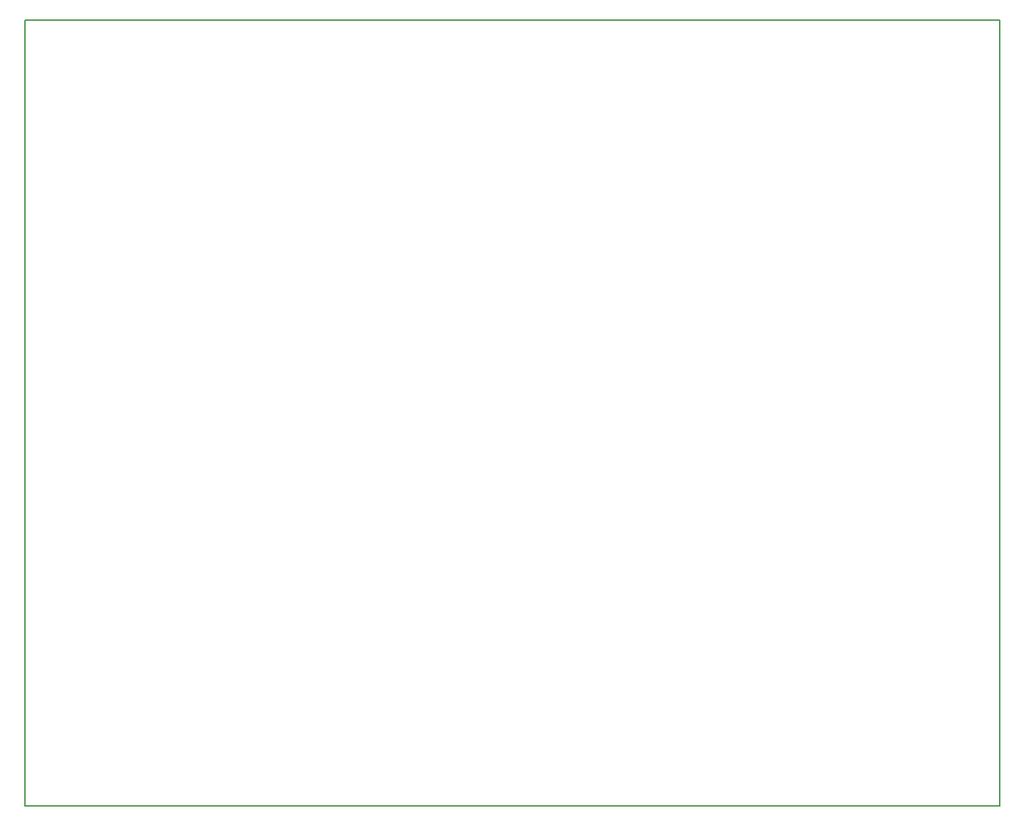
<source format=gbr>
G04 #@! TF.GenerationSoftware,KiCad,Pcbnew,5.0.2-bee76a0~70~ubuntu18.04.1*
G04 #@! TF.CreationDate,2019-07-02T19:35:23+02:00*
G04 #@! TF.ProjectId,control_panel,636f6e74-726f-46c5-9f70-616e656c2e6b,rev?*
G04 #@! TF.SameCoordinates,Original*
G04 #@! TF.FileFunction,Profile,NP*
%FSLAX46Y46*%
G04 Gerber Fmt 4.6, Leading zero omitted, Abs format (unit mm)*
G04 Created by KiCad (PCBNEW 5.0.2-bee76a0~70~ubuntu18.04.1) date Di 02 Jul 2019 19:35:23 CEST*
%MOMM*%
%LPD*%
G01*
G04 APERTURE LIST*
%ADD10C,0.150000*%
G04 APERTURE END LIST*
D10*
X0Y16000000D02*
X1000000Y16000000D01*
X0Y-80000000D02*
X0Y16000000D01*
X119000000Y-80000000D02*
X0Y-80000000D01*
X119000000Y16000000D02*
X119000000Y-80000000D01*
X1000000Y16000000D02*
X119000000Y16000000D01*
M02*

</source>
